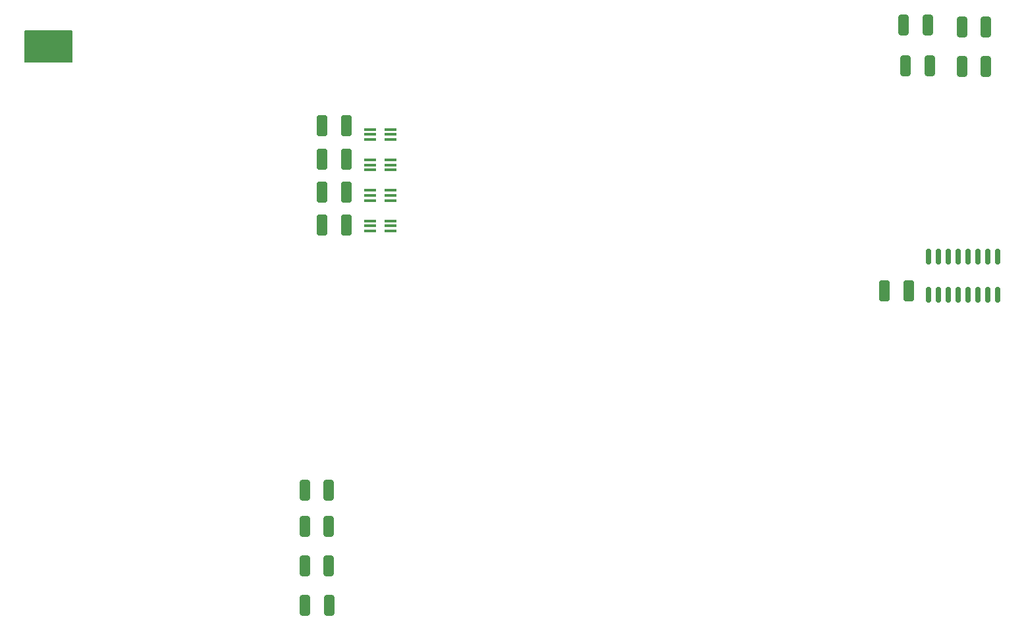
<source format=gbr>
%TF.GenerationSoftware,KiCad,Pcbnew,8.0.2-rc1*%
%TF.CreationDate,2024-08-28T13:59:48+02:00*%
%TF.ProjectId,Carte-Principale,43617274-652d-4507-9269-6e636970616c,rev?*%
%TF.SameCoordinates,Original*%
%TF.FileFunction,Paste,Bot*%
%TF.FilePolarity,Positive*%
%FSLAX46Y46*%
G04 Gerber Fmt 4.6, Leading zero omitted, Abs format (unit mm)*
G04 Created by KiCad (PCBNEW 8.0.2-rc1) date 2024-08-28 13:59:48*
%MOMM*%
%LPD*%
G01*
G04 APERTURE LIST*
G04 Aperture macros list*
%AMRoundRect*
0 Rectangle with rounded corners*
0 $1 Rounding radius*
0 $2 $3 $4 $5 $6 $7 $8 $9 X,Y pos of 4 corners*
0 Add a 4 corners polygon primitive as box body*
4,1,4,$2,$3,$4,$5,$6,$7,$8,$9,$2,$3,0*
0 Add four circle primitives for the rounded corners*
1,1,$1+$1,$2,$3*
1,1,$1+$1,$4,$5*
1,1,$1+$1,$6,$7*
1,1,$1+$1,$8,$9*
0 Add four rect primitives between the rounded corners*
20,1,$1+$1,$2,$3,$4,$5,0*
20,1,$1+$1,$4,$5,$6,$7,0*
20,1,$1+$1,$6,$7,$8,$9,0*
20,1,$1+$1,$8,$9,$2,$3,0*%
G04 Aperture macros list end*
%ADD10C,0.200000*%
%ADD11RoundRect,0.100000X-0.650000X-0.100000X0.650000X-0.100000X0.650000X0.100000X-0.650000X0.100000X0*%
%ADD12RoundRect,0.250000X0.400000X1.075000X-0.400000X1.075000X-0.400000X-1.075000X0.400000X-1.075000X0*%
%ADD13RoundRect,0.250000X0.412500X1.100000X-0.412500X1.100000X-0.412500X-1.100000X0.412500X-1.100000X0*%
%ADD14RoundRect,0.250000X-0.412500X-1.100000X0.412500X-1.100000X0.412500X1.100000X-0.412500X1.100000X0*%
%ADD15RoundRect,0.150000X-0.150000X0.825000X-0.150000X-0.825000X0.150000X-0.825000X0.150000X0.825000X0*%
%ADD16RoundRect,0.250000X-0.400000X-1.075000X0.400000X-1.075000X0.400000X1.075000X-0.400000X1.075000X0*%
G04 APERTURE END LIST*
D10*
X56500000Y-45000000D02*
X62500000Y-45000000D01*
X62500000Y-49000000D01*
X56500000Y-49000000D01*
X56500000Y-45000000D01*
G36*
X56500000Y-45000000D02*
G01*
X62500000Y-45000000D01*
X62500000Y-49000000D01*
X56500000Y-49000000D01*
X56500000Y-45000000D01*
G37*
D11*
%TO.C,U6*%
X100850000Y-70775000D03*
X100850000Y-70125000D03*
X100850000Y-69475000D03*
X103510000Y-69475000D03*
X103510000Y-70125000D03*
X103510000Y-70775000D03*
%TD*%
%TO.C,U4*%
X100850000Y-59000000D03*
X100850000Y-58350000D03*
X100850000Y-57700000D03*
X103510000Y-57700000D03*
X103510000Y-58350000D03*
X103510000Y-59000000D03*
%TD*%
D12*
%TO.C,R31*%
X95530000Y-113900000D03*
X92430000Y-113900000D03*
%TD*%
%TO.C,R32*%
X95530000Y-108820000D03*
X92430000Y-108820000D03*
%TD*%
%TO.C,R27*%
X172550000Y-44250000D03*
X169450000Y-44250000D03*
%TD*%
D13*
%TO.C,C7*%
X170062500Y-78500000D03*
X166937500Y-78500000D03*
%TD*%
D14*
%TO.C,C5*%
X94687500Y-65750000D03*
X97812500Y-65750000D03*
%TD*%
D11*
%TO.C,U7*%
X100850000Y-66850000D03*
X100850000Y-66200000D03*
X100850000Y-65550000D03*
X103510000Y-65550000D03*
X103510000Y-66200000D03*
X103510000Y-66850000D03*
%TD*%
D14*
%TO.C,C3*%
X94687500Y-57250000D03*
X97812500Y-57250000D03*
%TD*%
D15*
%TO.C,U3*%
X172630000Y-74050000D03*
X173900000Y-74050000D03*
X175170000Y-74050000D03*
X176440000Y-74050000D03*
X177710000Y-74050000D03*
X178980000Y-74050000D03*
X180250000Y-74050000D03*
X181520000Y-74050000D03*
X181520000Y-79000000D03*
X180250000Y-79000000D03*
X178980000Y-79000000D03*
X177710000Y-79000000D03*
X176440000Y-79000000D03*
X175170000Y-79000000D03*
X173900000Y-79000000D03*
X172630000Y-79000000D03*
%TD*%
D11*
%TO.C,U5*%
X100850000Y-62925000D03*
X100850000Y-62275000D03*
X100850000Y-61625000D03*
X103510000Y-61625000D03*
X103510000Y-62275000D03*
X103510000Y-62925000D03*
%TD*%
D14*
%TO.C,C4*%
X94687500Y-61500000D03*
X97812500Y-61500000D03*
%TD*%
%TO.C,C6*%
X94687500Y-70000000D03*
X97812500Y-70000000D03*
%TD*%
D12*
%TO.C,R28*%
X180050000Y-44500000D03*
X176950000Y-44500000D03*
%TD*%
D16*
%TO.C,R29*%
X169700000Y-49500000D03*
X172800000Y-49500000D03*
%TD*%
D12*
%TO.C,R34*%
X95560000Y-118980000D03*
X92460000Y-118980000D03*
%TD*%
%TO.C,R33*%
X95530000Y-104140000D03*
X92430000Y-104140000D03*
%TD*%
D16*
%TO.C,R30*%
X176950000Y-49580000D03*
X180050000Y-49580000D03*
%TD*%
M02*

</source>
